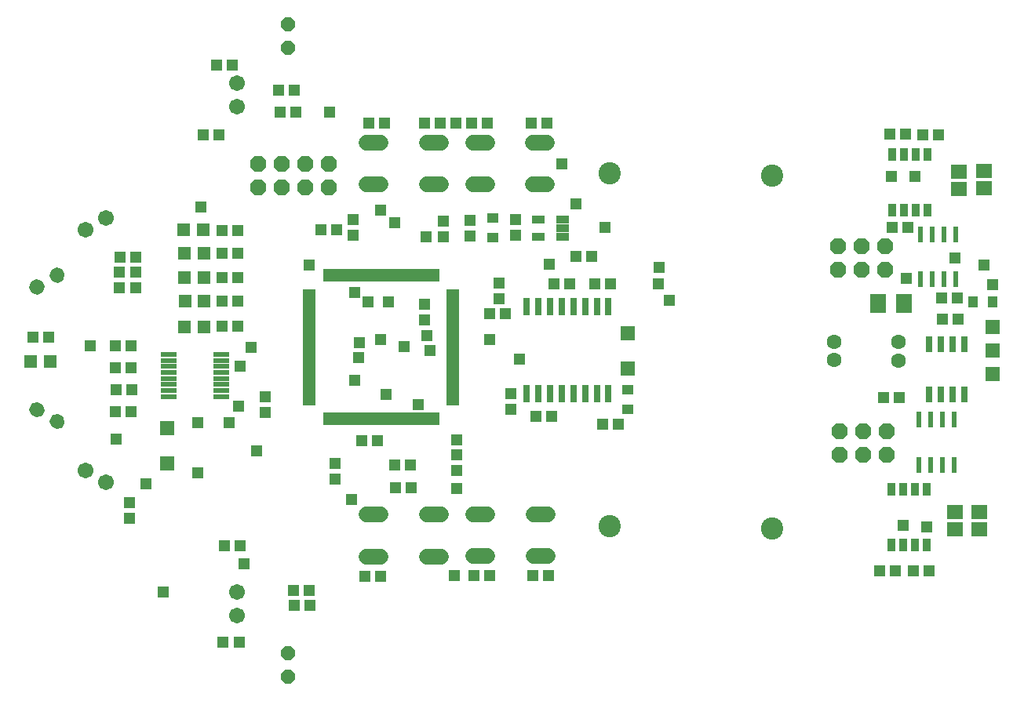
<source format=gts>
G75*
%MOIN*%
%OFA0B0*%
%FSLAX25Y25*%
%IPPOS*%
%LPD*%
%AMOC8*
5,1,8,0,0,1.08239X$1,22.5*
%
%ADD10R,0.05524X0.03753*%
%ADD11R,0.03162X0.06902*%
%ADD12C,0.06800*%
%ADD13R,0.04737X0.05131*%
%ADD14R,0.05131X0.04737*%
%ADD15R,0.06706X0.05918*%
%ADD16R,0.07099X0.07887*%
%ADD17R,0.06312X0.06312*%
%ADD18R,0.03052X0.07457*%
%ADD19R,0.02454X0.06706*%
%ADD20R,0.02375X0.06706*%
%ADD21R,0.04737X0.04343*%
%ADD22R,0.04343X0.04737*%
%ADD23R,0.05524X0.05524*%
%ADD24C,0.01200*%
%ADD25C,0.06706*%
%ADD26OC8,0.06000*%
%ADD27OC8,0.06800*%
%ADD28R,0.03300X0.05800*%
%ADD29R,0.03400X0.05800*%
%ADD30R,0.05950X0.05950*%
%ADD31R,0.04737X0.04737*%
%ADD32C,0.09461*%
%ADD33R,0.05524X0.01981*%
%ADD34R,0.01981X0.05524*%
%ADD35C,0.06300*%
%ADD36R,0.06902X0.01981*%
%ADD37R,0.04762X0.04762*%
D10*
X0265717Y0403982D03*
X0265717Y0411462D03*
X0275954Y0411462D03*
X0275954Y0407722D03*
X0275954Y0403982D03*
D11*
X0431702Y0358372D03*
X0436702Y0358372D03*
X0441702Y0358372D03*
X0446702Y0358372D03*
X0446702Y0337112D03*
X0441702Y0337112D03*
X0436702Y0337112D03*
X0431702Y0337112D03*
D12*
X0269569Y0286130D02*
X0263569Y0286130D01*
X0263569Y0268330D02*
X0269569Y0268330D01*
X0243969Y0268330D02*
X0237969Y0268330D01*
X0224293Y0268113D02*
X0218293Y0268113D01*
X0218293Y0285913D02*
X0224293Y0285913D01*
X0237969Y0286130D02*
X0243969Y0286130D01*
X0198693Y0285913D02*
X0192693Y0285913D01*
X0192693Y0268113D02*
X0198693Y0268113D01*
X0198772Y0426302D02*
X0192772Y0426302D01*
X0192772Y0444102D02*
X0198772Y0444102D01*
X0218372Y0444102D02*
X0224372Y0444102D01*
X0237831Y0444102D02*
X0243831Y0444102D01*
X0263431Y0444102D02*
X0269431Y0444102D01*
X0269431Y0426302D02*
X0263431Y0426302D01*
X0243831Y0426302D02*
X0237831Y0426302D01*
X0224372Y0426302D02*
X0218372Y0426302D01*
D13*
X0225412Y0410734D03*
X0225412Y0404041D03*
X0236761Y0404238D03*
X0236761Y0410931D03*
X0255904Y0411216D03*
X0255904Y0404523D03*
X0249005Y0384395D03*
X0249005Y0377702D03*
X0254044Y0337230D03*
X0254044Y0330537D03*
X0244881Y0260094D03*
X0238188Y0260094D03*
X0198759Y0259641D03*
X0192066Y0259641D03*
X0179241Y0301029D03*
X0179241Y0307722D03*
X0149517Y0329317D03*
X0149517Y0336009D03*
X0138099Y0366009D03*
X0131406Y0366009D03*
X0131367Y0376639D03*
X0138060Y0376639D03*
X0137902Y0386757D03*
X0131209Y0386757D03*
X0131288Y0396836D03*
X0137981Y0396836D03*
X0137981Y0406757D03*
X0131288Y0406757D03*
X0094566Y0395163D03*
X0094797Y0388908D03*
X0094797Y0382215D03*
X0087538Y0382156D03*
X0087538Y0388849D03*
X0087873Y0395163D03*
X0086121Y0357555D03*
X0092814Y0357555D03*
X0092784Y0348204D03*
X0086091Y0348204D03*
X0086160Y0338854D03*
X0092853Y0338854D03*
X0092774Y0329750D03*
X0086081Y0329750D03*
X0057637Y0361251D03*
X0050944Y0361251D03*
X0123335Y0447427D03*
X0130028Y0447427D03*
X0187056Y0411226D03*
X0187056Y0404533D03*
X0193552Y0452230D03*
X0200245Y0452230D03*
X0237371Y0452289D03*
X0244064Y0452289D03*
X0414910Y0447506D03*
X0421603Y0447506D03*
X0428926Y0447328D03*
X0435619Y0447328D03*
X0431603Y0262141D03*
X0424910Y0262141D03*
X0417479Y0262141D03*
X0410786Y0262141D03*
X0138507Y0231610D03*
X0131814Y0231610D03*
D14*
X0161859Y0247309D03*
X0161593Y0253706D03*
X0168286Y0253706D03*
X0168552Y0247309D03*
X0139013Y0272565D03*
X0132320Y0272565D03*
X0091898Y0284257D03*
X0091898Y0290950D03*
X0190501Y0317151D03*
X0197194Y0317151D03*
X0204674Y0306836D03*
X0211367Y0306836D03*
X0211564Y0297191D03*
X0204871Y0297191D03*
X0263463Y0259996D03*
X0270156Y0259996D03*
X0292932Y0324346D03*
X0299625Y0324346D03*
X0271288Y0327801D03*
X0264595Y0327801D03*
X0251702Y0371324D03*
X0245009Y0371324D03*
X0272292Y0383982D03*
X0278985Y0383982D03*
X0289615Y0384021D03*
X0296308Y0384021D03*
X0269280Y0452407D03*
X0262587Y0452407D03*
X0224103Y0452171D03*
X0217410Y0452171D03*
X0180028Y0407033D03*
X0173335Y0407033D03*
X0162587Y0456954D03*
X0155894Y0456954D03*
X0155422Y0466305D03*
X0162115Y0466305D03*
X0135776Y0476964D03*
X0129083Y0476964D03*
X0412312Y0335537D03*
X0419005Y0335537D03*
X0437391Y0369120D03*
X0444083Y0369120D03*
X0443769Y0377978D03*
X0437076Y0377978D03*
D15*
X0444182Y0424208D03*
X0444182Y0431689D03*
X0455009Y0432033D03*
X0455009Y0424553D03*
X0453119Y0287063D03*
X0453119Y0279582D03*
X0442538Y0279484D03*
X0442538Y0286964D03*
D16*
X0421013Y0375773D03*
X0409989Y0375773D03*
D17*
X0303493Y0362840D03*
X0303493Y0347880D03*
X0108109Y0322486D03*
X0108109Y0307525D03*
D18*
X0260540Y0337309D03*
X0265540Y0337309D03*
X0270540Y0337309D03*
X0275540Y0337309D03*
X0280540Y0337309D03*
X0285540Y0337309D03*
X0290540Y0337309D03*
X0295265Y0337309D03*
X0295265Y0374474D03*
X0290540Y0374474D03*
X0285540Y0374474D03*
X0280540Y0374474D03*
X0275540Y0374474D03*
X0270540Y0374474D03*
X0265540Y0374474D03*
X0260540Y0374474D03*
D19*
X0437843Y0385852D03*
X0442843Y0385852D03*
X0442253Y0307112D03*
X0437253Y0307112D03*
D20*
X0432253Y0307112D03*
X0427253Y0307112D03*
X0427253Y0326403D03*
X0432253Y0326403D03*
X0437253Y0326403D03*
X0442253Y0326403D03*
X0432843Y0385852D03*
X0427843Y0385852D03*
X0427843Y0405143D03*
X0432843Y0405143D03*
X0437843Y0405143D03*
X0442843Y0405143D03*
D21*
X0303749Y0338864D03*
X0303749Y0330596D03*
X0246367Y0403637D03*
X0246367Y0411905D03*
D22*
X0450461Y0376246D03*
X0458729Y0376246D03*
D23*
X0123769Y0376639D03*
X0115501Y0376639D03*
X0115461Y0365655D03*
X0123729Y0365655D03*
X0123572Y0386757D03*
X0115304Y0386757D03*
X0115265Y0396836D03*
X0123532Y0396836D03*
X0123257Y0406836D03*
X0114989Y0406836D03*
X0058380Y0351039D03*
X0050112Y0351039D03*
D24*
X0053569Y0328979D02*
X0054169Y0328379D01*
X0052249Y0327864D01*
X0050528Y0328858D01*
X0050013Y0330778D01*
X0051007Y0332499D01*
X0052927Y0333014D01*
X0054648Y0332020D01*
X0055163Y0330100D01*
X0054169Y0328379D01*
X0053576Y0329152D01*
X0052376Y0328830D01*
X0051301Y0329451D01*
X0050979Y0330651D01*
X0051600Y0331726D01*
X0052800Y0332048D01*
X0053875Y0331427D01*
X0054197Y0330227D01*
X0053576Y0329152D01*
X0052983Y0329925D01*
X0052503Y0329796D01*
X0052074Y0330044D01*
X0051945Y0330524D01*
X0052193Y0330953D01*
X0052673Y0331082D01*
X0053102Y0330834D01*
X0053231Y0330354D01*
X0052983Y0329925D01*
X0062229Y0323979D02*
X0062829Y0323379D01*
X0060909Y0322864D01*
X0059188Y0323858D01*
X0058673Y0325778D01*
X0059667Y0327499D01*
X0061587Y0328014D01*
X0063308Y0327020D01*
X0063823Y0325100D01*
X0062829Y0323379D01*
X0062236Y0324152D01*
X0061036Y0323830D01*
X0059961Y0324451D01*
X0059639Y0325651D01*
X0060260Y0326726D01*
X0061460Y0327048D01*
X0062535Y0326427D01*
X0062857Y0325227D01*
X0062236Y0324152D01*
X0061643Y0324925D01*
X0061163Y0324796D01*
X0060734Y0325044D01*
X0060605Y0325524D01*
X0060853Y0325953D01*
X0061333Y0326082D01*
X0061762Y0325834D01*
X0061891Y0325354D01*
X0061643Y0324925D01*
X0054563Y0382382D02*
X0055163Y0382982D01*
X0054648Y0381062D01*
X0052927Y0380068D01*
X0051007Y0380583D01*
X0050013Y0382304D01*
X0050528Y0384224D01*
X0052249Y0385218D01*
X0054169Y0384703D01*
X0055163Y0382982D01*
X0054197Y0382855D01*
X0053875Y0381655D01*
X0052800Y0381034D01*
X0051600Y0381356D01*
X0050979Y0382431D01*
X0051301Y0383631D01*
X0052376Y0384252D01*
X0053576Y0383930D01*
X0054197Y0382855D01*
X0053231Y0382728D01*
X0053102Y0382248D01*
X0052673Y0382000D01*
X0052193Y0382129D01*
X0051945Y0382558D01*
X0052074Y0383038D01*
X0052503Y0383286D01*
X0052983Y0383157D01*
X0053231Y0382728D01*
X0063223Y0387382D02*
X0063823Y0387982D01*
X0063308Y0386062D01*
X0061587Y0385068D01*
X0059667Y0385583D01*
X0058673Y0387304D01*
X0059188Y0389224D01*
X0060909Y0390218D01*
X0062829Y0389703D01*
X0063823Y0387982D01*
X0062857Y0387855D01*
X0062535Y0386655D01*
X0061460Y0386034D01*
X0060260Y0386356D01*
X0059639Y0387431D01*
X0059961Y0388631D01*
X0061036Y0389252D01*
X0062236Y0388930D01*
X0062857Y0387855D01*
X0061891Y0387728D01*
X0061762Y0387248D01*
X0061333Y0387000D01*
X0060853Y0387129D01*
X0060605Y0387558D01*
X0060734Y0388038D01*
X0061163Y0388286D01*
X0061643Y0388157D01*
X0061891Y0387728D01*
D25*
X0073257Y0406844D03*
X0081918Y0411844D03*
X0137627Y0459474D03*
X0137627Y0469474D03*
X0073257Y0304742D03*
X0081918Y0299742D03*
X0137627Y0252899D03*
X0137627Y0242899D03*
D26*
X0159280Y0216994D03*
X0159280Y0226994D03*
X0159280Y0484435D03*
X0159280Y0494435D03*
D27*
X0156820Y0435065D03*
X0166820Y0435065D03*
X0176820Y0435065D03*
X0176820Y0425065D03*
X0166820Y0425065D03*
X0156820Y0425065D03*
X0146820Y0425065D03*
X0146820Y0435065D03*
X0392981Y0399986D03*
X0402981Y0399986D03*
X0412981Y0399986D03*
X0412981Y0389986D03*
X0402981Y0389986D03*
X0392981Y0389986D03*
X0393532Y0321246D03*
X0403532Y0321246D03*
X0413532Y0321246D03*
X0413532Y0311246D03*
X0403532Y0311246D03*
X0393532Y0311246D03*
D28*
X0420678Y0296561D03*
X0425678Y0296561D03*
X0430678Y0296561D03*
X0430678Y0272939D03*
X0425678Y0272939D03*
X0420678Y0272939D03*
X0415678Y0272939D03*
X0415835Y0415301D03*
X0420835Y0415301D03*
X0425835Y0415301D03*
X0425835Y0438923D03*
X0420835Y0438923D03*
X0415835Y0438923D03*
X0430835Y0438923D03*
D29*
X0430835Y0415301D03*
X0415678Y0296561D03*
D30*
X0458650Y0345616D03*
X0458650Y0355616D03*
X0458650Y0365616D03*
D31*
X0134398Y0324986D03*
X0121013Y0324986D03*
X0121013Y0303726D03*
D32*
X0296091Y0280872D03*
X0364989Y0279887D03*
X0364989Y0430006D03*
X0296091Y0430990D03*
D33*
X0229438Y0380616D03*
X0229438Y0378647D03*
X0229438Y0376679D03*
X0229438Y0374710D03*
X0229438Y0372742D03*
X0229438Y0370773D03*
X0229438Y0368805D03*
X0229438Y0366836D03*
X0229438Y0364868D03*
X0229438Y0362899D03*
X0229438Y0360931D03*
X0229438Y0358962D03*
X0229438Y0356994D03*
X0229438Y0355025D03*
X0229438Y0353057D03*
X0229438Y0351088D03*
X0229438Y0349120D03*
X0229438Y0347151D03*
X0229438Y0345183D03*
X0229438Y0343214D03*
X0229438Y0341246D03*
X0229438Y0339277D03*
X0229438Y0337309D03*
X0229438Y0335340D03*
X0229438Y0333372D03*
X0168414Y0333372D03*
X0168414Y0335340D03*
X0168414Y0337309D03*
X0168414Y0339277D03*
X0168414Y0341246D03*
X0168414Y0343214D03*
X0168414Y0345183D03*
X0168414Y0347151D03*
X0168414Y0349120D03*
X0168414Y0351088D03*
X0168414Y0353057D03*
X0168414Y0355025D03*
X0168414Y0356994D03*
X0168414Y0358962D03*
X0168414Y0360931D03*
X0168414Y0362899D03*
X0168414Y0364868D03*
X0168414Y0366836D03*
X0168414Y0368805D03*
X0168414Y0370773D03*
X0168414Y0372742D03*
X0168414Y0374710D03*
X0168414Y0376679D03*
X0168414Y0378647D03*
X0168414Y0380616D03*
D34*
X0175304Y0387506D03*
X0177272Y0387506D03*
X0179241Y0387506D03*
X0181209Y0387506D03*
X0183178Y0387506D03*
X0185146Y0387506D03*
X0187115Y0387506D03*
X0189083Y0387506D03*
X0191052Y0387506D03*
X0193020Y0387506D03*
X0194989Y0387506D03*
X0196957Y0387506D03*
X0198926Y0387506D03*
X0200894Y0387506D03*
X0202863Y0387506D03*
X0204831Y0387506D03*
X0206800Y0387506D03*
X0208769Y0387506D03*
X0210737Y0387506D03*
X0212706Y0387506D03*
X0214674Y0387506D03*
X0216643Y0387506D03*
X0218611Y0387506D03*
X0220580Y0387506D03*
X0222548Y0387506D03*
X0222548Y0326482D03*
X0220580Y0326482D03*
X0218611Y0326482D03*
X0216643Y0326482D03*
X0214674Y0326482D03*
X0212706Y0326482D03*
X0210737Y0326482D03*
X0208769Y0326482D03*
X0206800Y0326482D03*
X0204831Y0326482D03*
X0202863Y0326482D03*
X0200894Y0326482D03*
X0198926Y0326482D03*
X0196957Y0326482D03*
X0194989Y0326482D03*
X0193020Y0326482D03*
X0191052Y0326482D03*
X0189083Y0326482D03*
X0187115Y0326482D03*
X0185146Y0326482D03*
X0183178Y0326482D03*
X0181209Y0326482D03*
X0179241Y0326482D03*
X0177272Y0326482D03*
X0175304Y0326482D03*
D35*
X0391328Y0351482D03*
X0391328Y0359356D03*
X0418729Y0359198D03*
X0418729Y0351324D03*
D36*
X0130850Y0351447D03*
X0130850Y0348888D03*
X0130850Y0346329D03*
X0130850Y0343770D03*
X0130850Y0341211D03*
X0130850Y0338652D03*
X0130850Y0336093D03*
X0130850Y0354006D03*
X0108803Y0354006D03*
X0108803Y0351447D03*
X0108803Y0348888D03*
X0108803Y0346329D03*
X0108803Y0343770D03*
X0108803Y0341211D03*
X0108803Y0338652D03*
X0108803Y0336093D03*
D37*
X0086446Y0318037D03*
X0099118Y0299090D03*
X0138242Y0332063D03*
X0138980Y0348918D03*
X0143729Y0356915D03*
X0168385Y0391856D03*
X0187701Y0380414D03*
X0193360Y0376231D03*
X0201972Y0376231D03*
X0217351Y0375370D03*
X0217351Y0368726D03*
X0218458Y0361836D03*
X0219689Y0355808D03*
X0208616Y0357284D03*
X0198650Y0360237D03*
X0189669Y0359006D03*
X0189300Y0352486D03*
X0187578Y0343135D03*
X0200865Y0336984D03*
X0214644Y0332555D03*
X0231131Y0317545D03*
X0231131Y0311147D03*
X0231131Y0304750D03*
X0231131Y0296876D03*
X0230146Y0259966D03*
X0186347Y0292446D03*
X0145870Y0313116D03*
X0140707Y0264853D03*
X0106309Y0252899D03*
X0075373Y0357653D03*
X0122253Y0416636D03*
X0176997Y0456817D03*
X0198650Y0415478D03*
X0204556Y0410065D03*
X0217843Y0403913D03*
X0244910Y0360360D03*
X0257706Y0351994D03*
X0270255Y0392348D03*
X0281820Y0395547D03*
X0288217Y0395670D03*
X0293877Y0407850D03*
X0281820Y0417939D03*
X0275668Y0435040D03*
X0230639Y0452387D03*
X0316884Y0390995D03*
X0316761Y0383859D03*
X0321436Y0377092D03*
X0415924Y0407850D03*
X0422691Y0407998D03*
X0421830Y0386196D03*
X0442499Y0395055D03*
X0455048Y0392102D03*
X0458739Y0383736D03*
X0425767Y0429627D03*
X0415801Y0429627D03*
X0420722Y0281251D03*
X0430565Y0280635D03*
M02*

</source>
